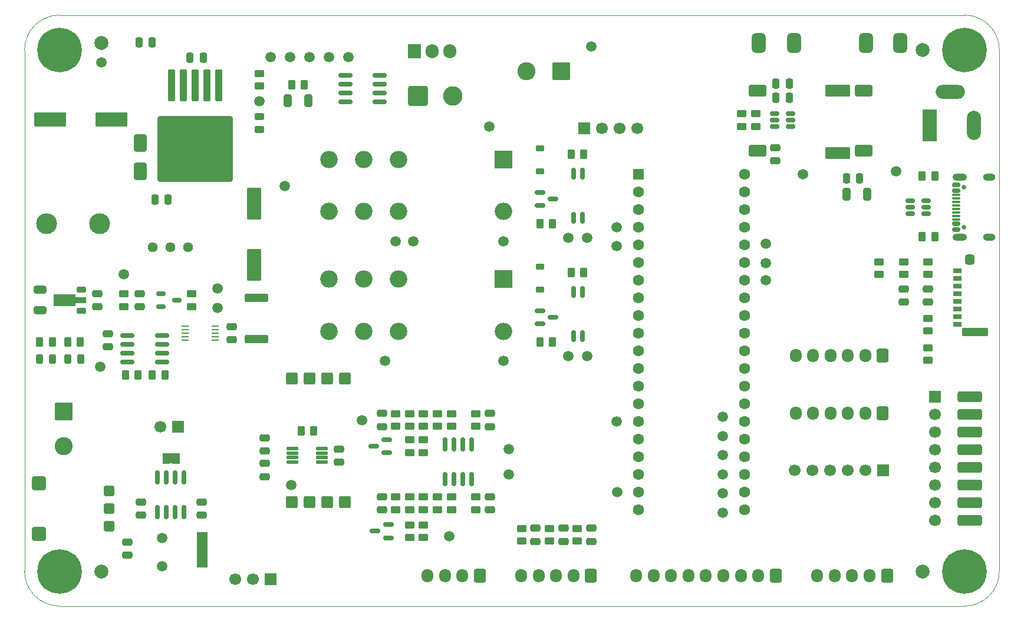
<source format=gbr>
%TF.GenerationSoftware,KiCad,Pcbnew,9.0.5*%
%TF.CreationDate,2025-12-08T19:50:26+01:00*%
%TF.ProjectId,inz,696e7a2e-6b69-4636-9164-5f7063625858,rev?*%
%TF.SameCoordinates,Original*%
%TF.FileFunction,Soldermask,Top*%
%TF.FilePolarity,Negative*%
%FSLAX46Y46*%
G04 Gerber Fmt 4.6, Leading zero omitted, Abs format (unit mm)*
G04 Created by KiCad (PCBNEW 9.0.5) date 2025-12-08 19:50:26*
%MOMM*%
%LPD*%
G01*
G04 APERTURE LIST*
G04 Aperture macros list*
%AMRoundRect*
0 Rectangle with rounded corners*
0 $1 Rounding radius*
0 $2 $3 $4 $5 $6 $7 $8 $9 X,Y pos of 4 corners*
0 Add a 4 corners polygon primitive as box body*
4,1,4,$2,$3,$4,$5,$6,$7,$8,$9,$2,$3,0*
0 Add four circle primitives for the rounded corners*
1,1,$1+$1,$2,$3*
1,1,$1+$1,$4,$5*
1,1,$1+$1,$6,$7*
1,1,$1+$1,$8,$9*
0 Add four rect primitives between the rounded corners*
20,1,$1+$1,$2,$3,$4,$5,0*
20,1,$1+$1,$4,$5,$6,$7,0*
20,1,$1+$1,$6,$7,$8,$9,0*
20,1,$1+$1,$8,$9,$2,$3,0*%
%AMFreePoly0*
4,1,9,3.862500,-0.866500,0.737500,-0.866500,0.737500,-0.450000,-0.737500,-0.450000,-0.737500,0.450000,0.737500,0.450000,0.737500,0.866500,3.862500,0.866500,3.862500,-0.866500,3.862500,-0.866500,$1*%
%AMFreePoly1*
4,1,6,1.000000,0.000000,0.500000,-0.750000,-0.500000,-0.750000,-0.500000,0.750000,0.500000,0.750000,1.000000,0.000000,1.000000,0.000000,$1*%
%AMFreePoly2*
4,1,6,0.500000,-0.750000,-0.650000,-0.750000,-0.150000,0.000000,-0.650000,0.750000,0.500000,0.750000,0.500000,-0.750000,0.500000,-0.750000,$1*%
G04 Aperture macros list end*
%ADD10R,1.700000X1.700000*%
%ADD11C,1.700000*%
%ADD12RoundRect,0.250000X0.450000X-0.262500X0.450000X0.262500X-0.450000X0.262500X-0.450000X-0.262500X0*%
%ADD13RoundRect,0.250000X0.262500X0.450000X-0.262500X0.450000X-0.262500X-0.450000X0.262500X-0.450000X0*%
%ADD14RoundRect,0.250000X0.250000X0.475000X-0.250000X0.475000X-0.250000X-0.475000X0.250000X-0.475000X0*%
%ADD15C,6.400000*%
%ADD16RoundRect,0.250000X1.050000X1.050000X-1.050000X1.050000X-1.050000X-1.050000X1.050000X-1.050000X0*%
%ADD17C,2.600000*%
%ADD18C,1.500000*%
%ADD19RoundRect,0.225000X-0.525000X-0.525000X0.525000X-0.525000X0.525000X0.525000X-0.525000X0.525000X0*%
%ADD20RoundRect,0.300000X-0.700000X-0.700000X0.700000X-0.700000X0.700000X0.700000X-0.700000X0.700000X0*%
%ADD21C,2.000000*%
%ADD22RoundRect,0.250000X-0.550000X-0.550000X0.550000X-0.550000X0.550000X0.550000X-0.550000X0.550000X0*%
%ADD23C,1.600000*%
%ADD24RoundRect,0.250000X-0.450000X0.262500X-0.450000X-0.262500X0.450000X-0.262500X0.450000X0.262500X0*%
%ADD25C,3.000000*%
%ADD26RoundRect,0.150000X0.512500X0.150000X-0.512500X0.150000X-0.512500X-0.150000X0.512500X-0.150000X0*%
%ADD27R,2.500000X2.500000*%
%ADD28O,2.500000X2.500000*%
%ADD29RoundRect,0.250000X0.600000X0.725000X-0.600000X0.725000X-0.600000X-0.725000X0.600000X-0.725000X0*%
%ADD30O,1.700000X1.950000*%
%ADD31RoundRect,0.243750X-0.456250X0.243750X-0.456250X-0.243750X0.456250X-0.243750X0.456250X0.243750X0*%
%ADD32R,1.905000X2.000000*%
%ADD33O,1.905000X2.000000*%
%ADD34RoundRect,0.250000X-0.325000X-0.650000X0.325000X-0.650000X0.325000X0.650000X-0.325000X0.650000X0*%
%ADD35RoundRect,0.250000X-0.475000X0.250000X-0.475000X-0.250000X0.475000X-0.250000X0.475000X0.250000X0*%
%ADD36RoundRect,0.225000X-0.375000X0.225000X-0.375000X-0.225000X0.375000X-0.225000X0.375000X0.225000X0*%
%ADD37RoundRect,0.250000X0.650000X-1.000000X0.650000X1.000000X-0.650000X1.000000X-0.650000X-1.000000X0*%
%ADD38RoundRect,0.250000X-1.050000X1.050000X-1.050000X-1.050000X1.050000X-1.050000X1.050000X1.050000X0*%
%ADD39RoundRect,0.250000X-0.250000X-0.475000X0.250000X-0.475000X0.250000X0.475000X-0.250000X0.475000X0*%
%ADD40RoundRect,0.250000X0.600000X-0.600000X0.600000X0.600000X-0.600000X0.600000X-0.600000X-0.600000X0*%
%ADD41RoundRect,0.150000X0.587500X0.150000X-0.587500X0.150000X-0.587500X-0.150000X0.587500X-0.150000X0*%
%ADD42RoundRect,0.250000X-0.300000X2.050000X-0.300000X-2.050000X0.300000X-2.050000X0.300000X2.050000X0*%
%ADD43RoundRect,0.250002X-5.149998X4.449998X-5.149998X-4.449998X5.149998X-4.449998X5.149998X4.449998X0*%
%ADD44RoundRect,0.250001X2.049999X0.799999X-2.049999X0.799999X-2.049999X-0.799999X2.049999X-0.799999X0*%
%ADD45RoundRect,0.250000X-1.425000X0.362500X-1.425000X-0.362500X1.425000X-0.362500X1.425000X0.362500X0*%
%ADD46RoundRect,0.250000X-0.262500X-0.450000X0.262500X-0.450000X0.262500X0.450000X-0.262500X0.450000X0*%
%ADD47RoundRect,0.150000X-0.825000X-0.150000X0.825000X-0.150000X0.825000X0.150000X-0.825000X0.150000X0*%
%ADD48RoundRect,0.500000X0.500000X0.900000X-0.500000X0.900000X-0.500000X-0.900000X0.500000X-0.900000X0*%
%ADD49C,0.650000*%
%ADD50RoundRect,0.150000X0.425000X-0.150000X0.425000X0.150000X-0.425000X0.150000X-0.425000X-0.150000X0*%
%ADD51RoundRect,0.075000X0.500000X-0.075000X0.500000X0.075000X-0.500000X0.075000X-0.500000X-0.075000X0*%
%ADD52O,2.100000X1.000000*%
%ADD53O,1.800000X1.000000*%
%ADD54RoundRect,0.125000X-0.687500X-0.125000X0.687500X-0.125000X0.687500X0.125000X-0.687500X0.125000X0*%
%ADD55RoundRect,0.150000X-0.512500X-0.150000X0.512500X-0.150000X0.512500X0.150000X-0.512500X0.150000X0*%
%ADD56RoundRect,0.150000X-0.150000X0.662500X-0.150000X-0.662500X0.150000X-0.662500X0.150000X0.662500X0*%
%ADD57RoundRect,0.250000X-0.650000X0.325000X-0.650000X-0.325000X0.650000X-0.325000X0.650000X0.325000X0*%
%ADD58RoundRect,0.225000X0.425000X0.225000X-0.425000X0.225000X-0.425000X-0.225000X0.425000X-0.225000X0*%
%ADD59FreePoly0,180.000000*%
%ADD60RoundRect,0.150000X-0.587500X-0.150000X0.587500X-0.150000X0.587500X0.150000X-0.587500X0.150000X0*%
%ADD61RoundRect,0.250000X0.475000X-0.250000X0.475000X0.250000X-0.475000X0.250000X-0.475000X-0.250000X0*%
%ADD62RoundRect,0.250000X0.325000X0.650000X-0.325000X0.650000X-0.325000X-0.650000X0.325000X-0.650000X0*%
%ADD63RoundRect,0.049000X0.551000X-0.301000X0.551000X0.301000X-0.551000X0.301000X-0.551000X-0.301000X0*%
%ADD64RoundRect,0.300000X1.600000X-0.300000X1.600000X0.300000X-1.600000X0.300000X-1.600000X-0.300000X0*%
%ADD65RoundRect,0.350000X0.350000X-0.375000X0.350000X0.375000X-0.350000X0.375000X-0.350000X-0.375000X0*%
%ADD66R,1.100000X0.250000*%
%ADD67RoundRect,0.255000X-1.545000X0.595000X-1.545000X-0.595000X1.545000X-0.595000X1.545000X0.595000X0*%
%ADD68RoundRect,0.243750X0.243750X0.456250X-0.243750X0.456250X-0.243750X-0.456250X0.243750X-0.456250X0*%
%ADD69R,2.000000X4.600000*%
%ADD70O,2.000000X4.200000*%
%ADD71O,4.200000X2.000000*%
%ADD72RoundRect,0.250001X-0.799999X2.049999X-0.799999X-2.049999X0.799999X-2.049999X0.799999X2.049999X0*%
%ADD73RoundRect,0.250001X-1.149999X-1.149999X1.149999X-1.149999X1.149999X1.149999X-1.149999X1.149999X0*%
%ADD74C,2.800000*%
%ADD75RoundRect,0.255000X-0.995000X-0.595000X0.995000X-0.595000X0.995000X0.595000X-0.995000X0.595000X0*%
%ADD76C,1.440000*%
%ADD77FreePoly1,270.000000*%
%ADD78FreePoly1,90.000000*%
%ADD79RoundRect,0.150000X-0.150000X0.825000X-0.150000X-0.825000X0.150000X-0.825000X0.150000X0.825000X0*%
%ADD80RoundRect,0.250000X-1.500000X-0.500000X1.500000X-0.500000X1.500000X0.500000X-1.500000X0.500000X0*%
%ADD81FreePoly1,0.000000*%
%ADD82FreePoly2,0.000000*%
%TA.AperFunction,Profile*%
%ADD83C,0.050000*%
%TD*%
G04 APERTURE END LIST*
%TO.C,JP201*%
G36*
X79250000Y-97400000D02*
G01*
X77750000Y-97400000D01*
X77750000Y-102400000D01*
X79250000Y-102400000D01*
X79250000Y-97400000D01*
G37*
%TO.C,JP101*%
G36*
X72825000Y-86000000D02*
G01*
X75275000Y-86000000D01*
X75275000Y-87500000D01*
X72825000Y-87500000D01*
X72825000Y-86000000D01*
G37*
%TD*%
D10*
%TO.C,J203*%
X176268080Y-88500000D03*
D11*
X173728080Y-88500000D03*
X171188080Y-88500000D03*
X168648080Y-88500000D03*
X166108080Y-88500000D03*
X163568080Y-88500000D03*
%TD*%
D12*
%TO.C,R212*%
X112297762Y-94151717D03*
X112297762Y-92326717D03*
%TD*%
D13*
%TO.C,R607*%
X61000000Y-70000000D03*
X59175000Y-70000000D03*
%TD*%
D14*
%TO.C,C402*%
X162806319Y-34865093D03*
X160906319Y-34865093D03*
%TD*%
D10*
%TO.C,J501*%
X133380000Y-39250000D03*
D11*
X135920000Y-39250000D03*
X138460000Y-39250000D03*
X141000000Y-39250000D03*
%TD*%
D12*
%TO.C,R407*%
X132378662Y-98654732D03*
X132378662Y-96829732D03*
%TD*%
%TO.C,R207*%
X108297762Y-85901717D03*
X108297762Y-84076717D03*
%TD*%
D15*
%TO.C,H402*%
X188000000Y-28000000D03*
%TD*%
D16*
%TO.C,J302*%
X130112918Y-31039581D03*
D17*
X125112918Y-31039581D03*
%TD*%
D18*
%TO.C,TP203*%
X122500000Y-85400000D03*
%TD*%
D19*
%TO.C,U204*%
X65175000Y-91460000D03*
X65175000Y-94000000D03*
X65175000Y-96540000D03*
D20*
X55075000Y-90350000D03*
X55075000Y-97650000D03*
%TD*%
D14*
%TO.C,C602*%
X71350000Y-26900000D03*
X69450000Y-26900000D03*
%TD*%
D21*
%TO.C,FID404*%
X64000000Y-103000000D03*
%TD*%
D22*
%TO.C,J102*%
X141160000Y-45885000D03*
D23*
X141160000Y-48425000D03*
X141160000Y-50965000D03*
X141160000Y-53505000D03*
X141160000Y-56045000D03*
X141160000Y-58585000D03*
X141160000Y-61125000D03*
X141160000Y-63665000D03*
X141160000Y-66205000D03*
X141160000Y-68745000D03*
X141160000Y-71285000D03*
X141160000Y-73825000D03*
X141160000Y-76365000D03*
X141160000Y-78905000D03*
X141160000Y-81445000D03*
X141160000Y-83985000D03*
X141160000Y-86525000D03*
X141160000Y-89065000D03*
X141160000Y-91605000D03*
X141160000Y-94145000D03*
X156400000Y-94145000D03*
X156400000Y-91605000D03*
X156400000Y-89065000D03*
X156400000Y-86525000D03*
X156400000Y-83985000D03*
X156400000Y-81445000D03*
X156400000Y-78905000D03*
X156400000Y-76365000D03*
X156400000Y-73825000D03*
X156400000Y-71285000D03*
X156400000Y-68745000D03*
X156400000Y-66205000D03*
X156400000Y-63665000D03*
X156400000Y-61125000D03*
X156400000Y-58585000D03*
X156400000Y-56045000D03*
X156400000Y-53505000D03*
X156400000Y-50965000D03*
X156400000Y-48425000D03*
X156400000Y-45885000D03*
%TD*%
D24*
%TO.C,R208*%
X110297762Y-80326717D03*
X110297762Y-82151717D03*
%TD*%
D25*
%TO.C,L601*%
X56190000Y-53000000D03*
X63810000Y-53000000D03*
%TD*%
D13*
%TO.C,R501*%
X133325000Y-60000000D03*
X131500000Y-60000000D03*
%TD*%
D18*
%TO.C,TP602*%
X90400000Y-47600000D03*
%TD*%
D24*
%TO.C,R217*%
X110297762Y-92326717D03*
X110297762Y-94151717D03*
%TD*%
D26*
%TO.C,U401*%
X182494307Y-51580275D03*
X182494307Y-50630275D03*
X182494307Y-49680275D03*
X180219307Y-49680275D03*
X180219307Y-50630275D03*
X180219307Y-51580275D03*
%TD*%
D27*
%TO.C,RL102*%
X121750000Y-43750000D03*
D28*
X106750000Y-43750000D03*
X101750000Y-43750000D03*
X96750000Y-43750000D03*
X96750000Y-51250000D03*
X101750000Y-51250000D03*
X106750000Y-51250000D03*
X121750000Y-51250000D03*
%TD*%
D29*
%TO.C,J407*%
X134346541Y-103638758D03*
D30*
X131846541Y-103638758D03*
X129346541Y-103638758D03*
X126846541Y-103638758D03*
X124346541Y-103638758D03*
%TD*%
D18*
%TO.C,TP112*%
X153293930Y-83561076D03*
%TD*%
D31*
%TO.C,D602*%
X86700000Y-37562500D03*
X86700000Y-39437500D03*
%TD*%
D18*
%TO.C,TP103*%
X106250000Y-55500000D03*
%TD*%
D12*
%TO.C,R603*%
X67255000Y-64912500D03*
X67255000Y-63087500D03*
%TD*%
D15*
%TO.C,H401*%
X58000000Y-28000000D03*
%TD*%
D32*
%TO.C,Q301*%
X108972918Y-28212081D03*
D33*
X111512918Y-28212081D03*
X114052918Y-28212081D03*
%TD*%
D18*
%TO.C,TP505*%
X131082282Y-55034255D03*
%TD*%
D13*
%TO.C,R401*%
X183744307Y-54880275D03*
X181919307Y-54880275D03*
%TD*%
D34*
%TO.C,C410*%
X171053813Y-48773171D03*
X174003813Y-48773171D03*
%TD*%
D35*
%TO.C,C607*%
X65000000Y-68800000D03*
X65000000Y-70700000D03*
%TD*%
%TO.C,C203*%
X104297762Y-80289217D03*
X104297762Y-82189217D03*
%TD*%
D36*
%TO.C,D502*%
X127000000Y-42200000D03*
X127000000Y-45500000D03*
%TD*%
D24*
%TO.C,R410*%
X175724832Y-58493946D03*
X175724832Y-60318946D03*
%TD*%
D18*
%TO.C,TP206*%
X114000000Y-98000000D03*
%TD*%
D24*
%TO.C,R215*%
X108297762Y-92326717D03*
X108297762Y-94151717D03*
%TD*%
D37*
%TO.C,D601*%
X69630000Y-45425000D03*
X69630000Y-41425000D03*
%TD*%
D12*
%TO.C,R210*%
X114297762Y-94151717D03*
X114297762Y-92326717D03*
%TD*%
D24*
%TO.C,R404*%
X156000000Y-37200000D03*
X156000000Y-39025000D03*
%TD*%
D38*
%TO.C,J101*%
X58640925Y-79979129D03*
D17*
X58640925Y-84979129D03*
%TD*%
D12*
%TO.C,R601*%
X86700000Y-33200000D03*
X86700000Y-31375000D03*
%TD*%
D13*
%TO.C,R504*%
X128825000Y-53000000D03*
X127000000Y-53000000D03*
%TD*%
D39*
%TO.C,C604*%
X71705000Y-49500000D03*
X73605000Y-49500000D03*
%TD*%
D24*
%TO.C,R604*%
X77005000Y-63087500D03*
X77005000Y-64912500D03*
%TD*%
D13*
%TO.C,R602*%
X57000000Y-70000000D03*
X55175000Y-70000000D03*
%TD*%
D40*
%TO.C,J201*%
X91350000Y-93070000D03*
X93890000Y-93070000D03*
X96430000Y-93070000D03*
X98970000Y-93070000D03*
X91350000Y-75290000D03*
X93890000Y-75290000D03*
X96430000Y-75290000D03*
X98970000Y-75290000D03*
%TD*%
D41*
%TO.C,U203*%
X104985262Y-85939217D03*
X104985262Y-84039217D03*
X103110262Y-84989217D03*
%TD*%
D42*
%TO.C,U601*%
X80900000Y-33100000D03*
X79200000Y-33100000D03*
X77500000Y-33100000D03*
D43*
X77500000Y-42250000D03*
D42*
X75800000Y-33100000D03*
X74100000Y-33100000D03*
%TD*%
D14*
%TO.C,C603*%
X78650000Y-29100000D03*
X76750000Y-29100000D03*
%TD*%
D29*
%TO.C,J401*%
X118379605Y-103638758D03*
D30*
X115879605Y-103638758D03*
X113379605Y-103638758D03*
X110879605Y-103638758D03*
%TD*%
D18*
%TO.C,TP111*%
X153293930Y-80811076D03*
%TD*%
%TO.C,TP601*%
X88300000Y-29062747D03*
%TD*%
D24*
%TO.C,R408*%
X182724832Y-58493946D03*
X182724832Y-60318946D03*
%TD*%
D18*
%TO.C,TP113*%
X153293930Y-86311076D03*
%TD*%
%TO.C,TP204*%
X72750000Y-102250000D03*
%TD*%
%TO.C,TP302*%
X93903874Y-29062747D03*
%TD*%
D44*
%TO.C,C601*%
X65455591Y-38027795D03*
X56655591Y-38027795D03*
%TD*%
D35*
%TO.C,C606*%
X82750000Y-67800000D03*
X82750000Y-69700000D03*
%TD*%
D18*
%TO.C,TP502*%
X131082282Y-72034255D03*
%TD*%
D26*
%TO.C,U402*%
X162993819Y-39065093D03*
X162993819Y-38115093D03*
X162993819Y-37165093D03*
X160718819Y-37165093D03*
X160718819Y-38115093D03*
X160718819Y-39065093D03*
%TD*%
D45*
%TO.C,R608*%
X86300000Y-63637500D03*
X86300000Y-69562500D03*
%TD*%
D24*
%TO.C,R201*%
X114297762Y-80326717D03*
X114297762Y-82151717D03*
%TD*%
D46*
%TO.C,R606*%
X71337500Y-74750000D03*
X73162500Y-74750000D03*
%TD*%
D21*
%TO.C,FID401*%
X64000000Y-27000000D03*
%TD*%
D35*
%TO.C,C409*%
X182724832Y-62368946D03*
X182724832Y-64268946D03*
%TD*%
D47*
%TO.C,U603*%
X67775000Y-69095000D03*
X67775000Y-70365000D03*
X67775000Y-71635000D03*
X67775000Y-72905000D03*
X72725000Y-72905000D03*
X72725000Y-71635000D03*
X72725000Y-70365000D03*
X72725000Y-69095000D03*
%TD*%
D13*
%TO.C,R503*%
X133325000Y-43000000D03*
X131500000Y-43000000D03*
%TD*%
D35*
%TO.C,C408*%
X179224832Y-62368946D03*
X179224832Y-64268946D03*
%TD*%
D48*
%TO.C,F401*%
X178740000Y-27000000D03*
X173870000Y-26987500D03*
X163500000Y-27000000D03*
X158420000Y-27000000D03*
%TD*%
D18*
%TO.C,TP114*%
X153293930Y-89061076D03*
%TD*%
D12*
%TO.C,R412*%
X182750000Y-72662500D03*
X182750000Y-70837500D03*
%TD*%
%TO.C,R406*%
X128378662Y-98654732D03*
X128378662Y-96829732D03*
%TD*%
D49*
%TO.C,J402*%
X187910000Y-53515000D03*
X187910000Y-47735000D03*
D50*
X186775000Y-53825000D03*
X186775000Y-53025000D03*
D51*
X186775000Y-51875000D03*
X186775000Y-50875000D03*
X186775000Y-50375000D03*
X186775000Y-49375000D03*
D50*
X186775000Y-48225000D03*
X186775000Y-47425000D03*
X186775000Y-47425000D03*
X186775000Y-48225000D03*
D51*
X186775000Y-48875000D03*
X186775000Y-49875000D03*
X186775000Y-51375000D03*
X186775000Y-52375000D03*
D50*
X186775000Y-53025000D03*
X186775000Y-53825000D03*
D52*
X187350000Y-54945000D03*
D53*
X191530000Y-54945000D03*
D52*
X187350000Y-46305000D03*
D53*
X191530000Y-46305000D03*
%TD*%
D18*
%TO.C,TP401*%
X178200000Y-45500000D03*
%TD*%
%TO.C,TP403*%
X164800000Y-45900000D03*
%TD*%
D29*
%TO.C,J404*%
X176250000Y-72000000D03*
D30*
X173750000Y-72000000D03*
X171250000Y-72000000D03*
X168750000Y-72000000D03*
X166250000Y-72000000D03*
X163750000Y-72000000D03*
%TD*%
D15*
%TO.C,H403*%
X188000000Y-103000000D03*
%TD*%
D24*
%TO.C,R214*%
X108297762Y-96326717D03*
X108297762Y-98151717D03*
%TD*%
D54*
%TO.C,U201*%
X91500000Y-85350000D03*
X91500000Y-86000000D03*
X91500000Y-86650000D03*
X91500000Y-87300000D03*
X95725000Y-87300000D03*
X95725000Y-86650000D03*
X95725000Y-86000000D03*
X95725000Y-85350000D03*
%TD*%
D55*
%TO.C,U605*%
X72617500Y-63050000D03*
X72617500Y-64950000D03*
X74892500Y-64000000D03*
%TD*%
D56*
%TO.C,U502*%
X133135000Y-45812500D03*
X131865000Y-45812500D03*
X131865000Y-52187500D03*
X133135000Y-52187500D03*
%TD*%
D18*
%TO.C,TP115*%
X153293930Y-91811076D03*
%TD*%
D29*
%TO.C,J409*%
X176857088Y-103638758D03*
D30*
X174357088Y-103638758D03*
X171857088Y-103638758D03*
X169357088Y-103638758D03*
X166857088Y-103638758D03*
%TD*%
D57*
%TO.C,C608*%
X55205000Y-62525000D03*
X55205000Y-65475000D03*
%TD*%
D18*
%TO.C,TP504*%
X133832282Y-55034255D03*
%TD*%
D58*
%TO.C,U604*%
X61155000Y-65500000D03*
D59*
X61067500Y-64000000D03*
D58*
X61155000Y-62500000D03*
%TD*%
D18*
%TO.C,TP110*%
X138073930Y-81451076D03*
%TD*%
%TO.C,TP205*%
X72750000Y-98200000D03*
%TD*%
%TO.C,TP202*%
X101500000Y-81250000D03*
%TD*%
%TO.C,TP301*%
X91101937Y-29062747D03*
%TD*%
%TO.C,TP101*%
X108815000Y-55500000D03*
%TD*%
%TO.C,TP603*%
X86700000Y-35400000D03*
%TD*%
D24*
%TO.C,R411*%
X182724832Y-66618946D03*
X182724832Y-68443946D03*
%TD*%
D35*
%TO.C,C201*%
X98135000Y-85405000D03*
X98135000Y-87305000D03*
%TD*%
D12*
%TO.C,R213*%
X117797762Y-94151717D03*
X117797762Y-92326717D03*
%TD*%
D29*
%TO.C,J408*%
X160857088Y-103638758D03*
D30*
X158357088Y-103638758D03*
X155857088Y-103638758D03*
X153357088Y-103638758D03*
X150857088Y-103638758D03*
X148357088Y-103638758D03*
X145857088Y-103638758D03*
X143357088Y-103638758D03*
X140857088Y-103638758D03*
%TD*%
D10*
%TO.C,J202*%
X88300000Y-104100000D03*
D11*
X85760000Y-104100000D03*
X83220000Y-104100000D03*
%TD*%
D35*
%TO.C,C210*%
X69700000Y-93050000D03*
X69700000Y-94950000D03*
%TD*%
D18*
%TO.C,TP108*%
X159473930Y-58641076D03*
%TD*%
D46*
%TO.C,R301*%
X91345247Y-33062747D03*
X93170247Y-33062747D03*
%TD*%
D60*
%TO.C,Q501*%
X127000000Y-65500000D03*
X127000000Y-67400000D03*
X128875000Y-66450000D03*
%TD*%
D35*
%TO.C,C405*%
X134378662Y-96792232D03*
X134378662Y-98692232D03*
%TD*%
D60*
%TO.C,Q502*%
X127000000Y-48500000D03*
X127000000Y-50400000D03*
X128875000Y-49450000D03*
%TD*%
D47*
%TO.C,U301*%
X99050000Y-31690000D03*
X99050000Y-32960000D03*
X99050000Y-34230000D03*
X99050000Y-35500000D03*
X104000000Y-35500000D03*
X104000000Y-34230000D03*
X104000000Y-32960000D03*
X104000000Y-31690000D03*
%TD*%
D21*
%TO.C,FID403*%
X182000000Y-103000000D03*
%TD*%
D35*
%TO.C,C407*%
X126378662Y-96792232D03*
X126378662Y-98692232D03*
%TD*%
D18*
%TO.C,TP201*%
X91275000Y-90575000D03*
%TD*%
%TO.C,TP109*%
X159473930Y-61141076D03*
%TD*%
%TO.C,TP606*%
X80700000Y-62300000D03*
%TD*%
D61*
%TO.C,C207*%
X78400000Y-94950000D03*
X78400000Y-93050000D03*
%TD*%
D56*
%TO.C,U501*%
X133135000Y-62812500D03*
X131865000Y-62812500D03*
X131865000Y-69187500D03*
X133135000Y-69187500D03*
%TD*%
D61*
%TO.C,C609*%
X63430000Y-64950000D03*
X63430000Y-63050000D03*
%TD*%
D62*
%TO.C,C301*%
X93732747Y-35312747D03*
X90782747Y-35312747D03*
%TD*%
D18*
%TO.C,TP303*%
X99507747Y-29062747D03*
%TD*%
%TO.C,TP207*%
X122500000Y-89100000D03*
%TD*%
D35*
%TO.C,C406*%
X130378662Y-96792232D03*
X130378662Y-98692232D03*
%TD*%
D18*
%TO.C,TP117*%
X153293930Y-94561076D03*
%TD*%
D13*
%TO.C,R502*%
X128825000Y-70000000D03*
X127000000Y-70000000D03*
%TD*%
D63*
%TO.C,J412*%
X186974832Y-59768946D03*
X186974832Y-60868946D03*
X186974832Y-61968946D03*
X186974832Y-63068946D03*
X186974832Y-64168946D03*
X186974832Y-65268946D03*
X186974832Y-66368946D03*
X186974832Y-67468946D03*
D64*
X189474832Y-68618946D03*
D65*
X188724832Y-58143946D03*
%TD*%
D66*
%TO.C,U602*%
X80400000Y-69750000D03*
X80400000Y-69250000D03*
X80400000Y-68750000D03*
X80400000Y-68250000D03*
X80400000Y-67750000D03*
X76100000Y-67750000D03*
X76100000Y-68250000D03*
X76100000Y-68750000D03*
X76100000Y-69250000D03*
X76100000Y-69750000D03*
%TD*%
D18*
%TO.C,TP503*%
X121750000Y-72750000D03*
%TD*%
D67*
%TO.C,L401*%
X169743819Y-33865093D03*
X169743819Y-42865093D03*
%TD*%
D12*
%TO.C,R216*%
X110297762Y-98151717D03*
X110297762Y-96326717D03*
%TD*%
D61*
%TO.C,C202*%
X119797762Y-82189217D03*
X119797762Y-80289217D03*
%TD*%
D29*
%TO.C,J406*%
X176250000Y-80250000D03*
D30*
X173750000Y-80250000D03*
X171250000Y-80250000D03*
X168750000Y-80250000D03*
X166250000Y-80250000D03*
X163750000Y-80250000D03*
%TD*%
D18*
%TO.C,TP604*%
X67255000Y-60250000D03*
%TD*%
%TO.C,TP104*%
X119750000Y-39000000D03*
%TD*%
D24*
%TO.C,R409*%
X179224832Y-58493946D03*
X179224832Y-60318946D03*
%TD*%
D18*
%TO.C,TP605*%
X80700000Y-65100000D03*
%TD*%
D68*
%TO.C,D604*%
X61050000Y-72500000D03*
X59175000Y-72500000D03*
%TD*%
D12*
%TO.C,R206*%
X108297762Y-82151717D03*
X108297762Y-80326717D03*
%TD*%
D69*
%TO.C,J403*%
X183025735Y-38854186D03*
D70*
X189325735Y-38854186D03*
D71*
X185925735Y-34054186D03*
%TD*%
D24*
%TO.C,R211*%
X106297762Y-92326717D03*
X106297762Y-94151717D03*
%TD*%
D18*
%TO.C,TP607*%
X64000000Y-29800000D03*
%TD*%
%TO.C,TP501*%
X133832282Y-72034255D03*
%TD*%
D24*
%TO.C,R203*%
X112297762Y-80326717D03*
X112297762Y-82151717D03*
%TD*%
D35*
%TO.C,C610*%
X69505000Y-63050000D03*
X69505000Y-64950000D03*
%TD*%
%TO.C,C204*%
X87500000Y-87500000D03*
X87500000Y-89400000D03*
%TD*%
%TO.C,C205*%
X87500000Y-83800000D03*
X87500000Y-85700000D03*
%TD*%
D72*
%TO.C,C605*%
X86000000Y-50100000D03*
X86000000Y-58900000D03*
%TD*%
D18*
%TO.C,TP506*%
X121750000Y-55500000D03*
%TD*%
D73*
%TO.C,J301*%
X109507747Y-34657747D03*
D74*
X114507747Y-34657747D03*
%TD*%
D12*
%TO.C,R403*%
X158000000Y-39025000D03*
X158000000Y-37200000D03*
%TD*%
D18*
%TO.C,TP116*%
X138100000Y-91600000D03*
%TD*%
%TO.C,TP304*%
X96705810Y-29062747D03*
%TD*%
%TO.C,TP402*%
X134400000Y-27500000D03*
%TD*%
D35*
%TO.C,C208*%
X119797762Y-92289217D03*
X119797762Y-94189217D03*
%TD*%
D14*
%TO.C,C403*%
X162806319Y-32865093D03*
X160906319Y-32865093D03*
%TD*%
D75*
%TO.C,J405*%
X158253819Y-33865093D03*
X173493819Y-33865093D03*
X158253819Y-42485093D03*
X173493819Y-42485093D03*
%TD*%
D10*
%TO.C,JP102*%
X75025000Y-82250000D03*
D11*
X72485000Y-82250000D03*
%TD*%
D46*
%TO.C,R605*%
X67500000Y-74750000D03*
X69325000Y-74750000D03*
%TD*%
D24*
%TO.C,R205*%
X117797762Y-80326717D03*
X117797762Y-82151717D03*
%TD*%
D36*
%TO.C,D501*%
X127000000Y-59200000D03*
X127000000Y-62500000D03*
%TD*%
D24*
%TO.C,R202*%
X106297762Y-80326717D03*
X106297762Y-82151717D03*
%TD*%
D35*
%TO.C,C206*%
X67750000Y-98800000D03*
X67750000Y-100700000D03*
%TD*%
D15*
%TO.C,H404*%
X58000000Y-103000000D03*
%TD*%
D18*
%TO.C,TP105*%
X138073930Y-53551076D03*
%TD*%
D27*
%TO.C,RL101*%
X121750000Y-61000000D03*
D28*
X106750000Y-61000000D03*
X101750000Y-61000000D03*
X96750000Y-61000000D03*
X96750000Y-68500000D03*
X101750000Y-68500000D03*
X106750000Y-68500000D03*
X121750000Y-68500000D03*
%TD*%
D18*
%TO.C,TP106*%
X159473930Y-55891076D03*
%TD*%
D76*
%TO.C,RV601*%
X71365000Y-56390000D03*
X73905000Y-56390000D03*
X76445000Y-56390000D03*
%TD*%
D10*
%TO.C,J411*%
X183750000Y-77860000D03*
D11*
X183750000Y-80400000D03*
X183750000Y-82940000D03*
X183750000Y-85480000D03*
X183750000Y-88020000D03*
X183750000Y-90560000D03*
X183750000Y-93100000D03*
X183750000Y-95640000D03*
%TD*%
D39*
%TO.C,C404*%
X171028813Y-46523171D03*
X172928813Y-46523171D03*
%TD*%
D24*
%TO.C,R209*%
X110297762Y-84076717D03*
X110297762Y-85901717D03*
%TD*%
D77*
%TO.C,JP201*%
X78500000Y-97900000D03*
D78*
X78500000Y-101900000D03*
%TD*%
D18*
%TO.C,TP107*%
X138073930Y-56251076D03*
%TD*%
D79*
%TO.C,U202*%
X117202762Y-84764217D03*
X115932762Y-84764217D03*
X114662762Y-84764217D03*
X113392762Y-84764217D03*
X113392762Y-89714217D03*
X114662762Y-89714217D03*
X115932762Y-89714217D03*
X117202762Y-89714217D03*
%TD*%
D12*
%TO.C,R405*%
X124378662Y-98654732D03*
X124378662Y-96829732D03*
%TD*%
D80*
%TO.C,J410*%
X188750000Y-77880000D03*
X188750000Y-80420000D03*
X188750000Y-82960000D03*
X188750000Y-85500000D03*
X188750000Y-88040000D03*
X188750000Y-90580000D03*
X188750000Y-93120000D03*
X188750000Y-95660000D03*
%TD*%
D79*
%TO.C,U206*%
X75890000Y-89525000D03*
X74620000Y-89525000D03*
X73350000Y-89525000D03*
X72080000Y-89525000D03*
X72080000Y-94475000D03*
X73350000Y-94475000D03*
X74620000Y-94475000D03*
X75890000Y-94475000D03*
%TD*%
D18*
%TO.C,TP102*%
X104750000Y-72750000D03*
%TD*%
D81*
%TO.C,JP101*%
X73325000Y-86750000D03*
D82*
X74775000Y-86750000D03*
%TD*%
D68*
%TO.C,D603*%
X57005000Y-72500000D03*
X55130000Y-72500000D03*
%TD*%
D21*
%TO.C,FID402*%
X182000000Y-28000000D03*
%TD*%
D13*
%TO.C,R402*%
X183744307Y-46130275D03*
X181919307Y-46130275D03*
%TD*%
D46*
%TO.C,R204*%
X92700000Y-82825000D03*
X94525000Y-82825000D03*
%TD*%
D61*
%TO.C,C401*%
X160800000Y-43950000D03*
X160800000Y-42050000D03*
%TD*%
D18*
%TO.C,TP608*%
X63900000Y-73600000D03*
%TD*%
D41*
%TO.C,U205*%
X105235262Y-98189217D03*
X105235262Y-96289217D03*
X103360262Y-97239217D03*
%TD*%
D61*
%TO.C,C209*%
X104297762Y-94189217D03*
X104297762Y-92289217D03*
%TD*%
D83*
X53000000Y-103000000D02*
X53000000Y-28000000D01*
X53000000Y-28000000D02*
G75*
G02*
X58000000Y-23000000I5000000J0D01*
G01*
X58000000Y-108000000D02*
G75*
G02*
X53000000Y-103000000I0J5000000D01*
G01*
X188000000Y-108000000D02*
X58000000Y-108000000D01*
X193000000Y-28000000D02*
X193000000Y-103000000D01*
X58000000Y-23000000D02*
X188000000Y-23000000D01*
X188000000Y-23000000D02*
G75*
G02*
X193000000Y-28000000I0J-5000000D01*
G01*
X193000000Y-103000000D02*
G75*
G02*
X188000000Y-108000000I-5000000J0D01*
G01*
M02*

</source>
